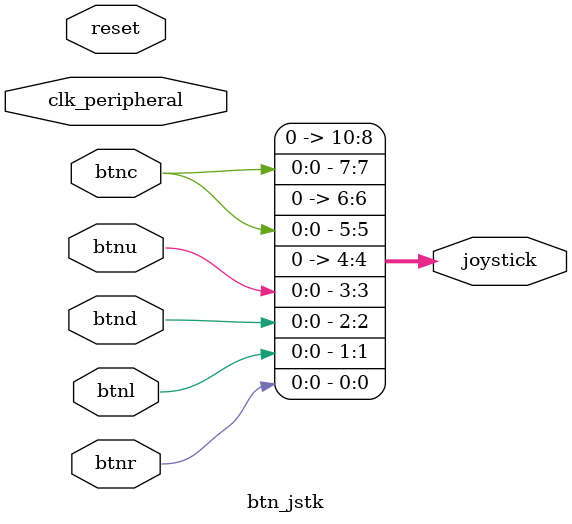
<source format=v>
`timescale 1ns / 1ps


module btn_jstk(
    output [10:0]   joystick,

    input           btnc,
    input           btnu,
    input           btnd,
    input           btnl,
    input           btnr,    
    
(* X_INTERFACE_INFO = "xilinx.com:signal:clock:1.0 clk_peripheral CLK" *)
(* X_INTERFACE_PARAMETER = "ASSOCIATED_RESET reset" *)	
    input 		    clk_peripheral,
    
(* X_INTERFACE_INFO = "xilinx.com:signal:reset:1.0  reset  RST" *)
(* X_INTERFACE_PARAMETER = "POLARITY ACTIVE_HIGH" *)
    input	        reset 
    );
    
    assign joystick = {3'b000, btnc, 1'b0, btnc, 1'b0, btnu, btnd, btnl, btnr};
    
endmodule

</source>
